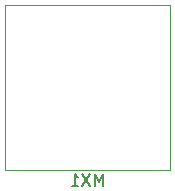
<source format=gbr>
G04 #@! TF.GenerationSoftware,KiCad,Pcbnew,(5.1.5)-3*
G04 #@! TF.CreationDate,2021-09-28T00:22:23-05:00*
G04 #@! TF.ProjectId,Pikatea handwire helpers,50696b61-7465-4612-9068-616e64776972,rev?*
G04 #@! TF.SameCoordinates,Original*
G04 #@! TF.FileFunction,Legend,Bot*
G04 #@! TF.FilePolarity,Positive*
%FSLAX46Y46*%
G04 Gerber Fmt 4.6, Leading zero omitted, Abs format (unit mm)*
G04 Created by KiCad (PCBNEW (5.1.5)-3) date 2021-09-28 00:22:23*
%MOMM*%
%LPD*%
G04 APERTURE LIST*
%ADD10C,0.120000*%
%ADD11C,0.150000*%
G04 APERTURE END LIST*
D10*
X139954000Y-89154000D02*
X139954000Y-103124000D01*
X153924000Y-89154000D02*
X139954000Y-89154000D01*
X153924000Y-103124000D02*
X153924000Y-89154000D01*
X139954000Y-103124000D02*
X153924000Y-103124000D01*
D11*
X148224714Y-104465380D02*
X148224714Y-103465380D01*
X147891380Y-104179666D01*
X147558047Y-103465380D01*
X147558047Y-104465380D01*
X147177095Y-103465380D02*
X146510428Y-104465380D01*
X146510428Y-103465380D02*
X147177095Y-104465380D01*
X145605666Y-104465380D02*
X146177095Y-104465380D01*
X145891380Y-104465380D02*
X145891380Y-103465380D01*
X145986619Y-103608238D01*
X146081857Y-103703476D01*
X146177095Y-103751095D01*
M02*

</source>
